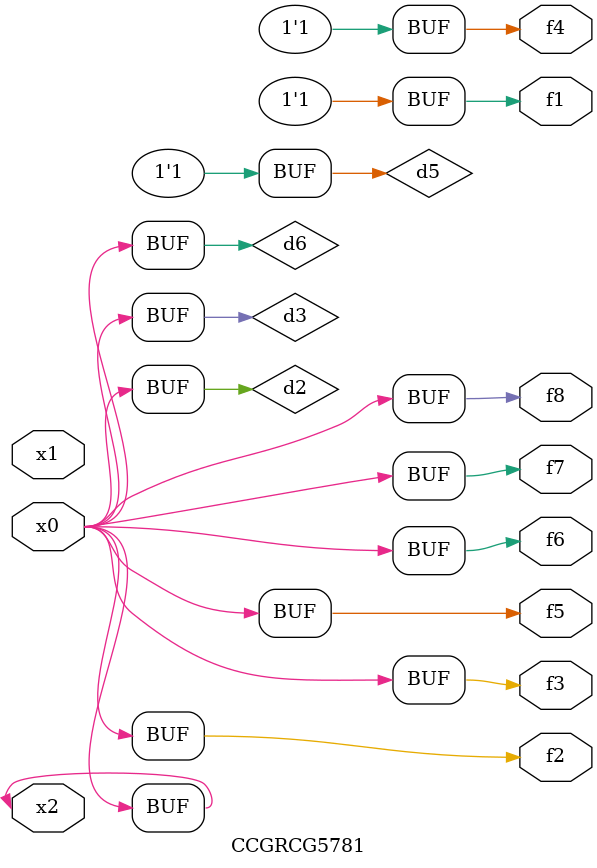
<source format=v>
module CCGRCG5781(
	input x0, x1, x2,
	output f1, f2, f3, f4, f5, f6, f7, f8
);

	wire d1, d2, d3, d4, d5, d6;

	xnor (d1, x2);
	buf (d2, x0, x2);
	and (d3, x0);
	xnor (d4, x1, x2);
	nand (d5, d1, d3);
	buf (d6, d2, d3);
	assign f1 = d5;
	assign f2 = d6;
	assign f3 = d6;
	assign f4 = d5;
	assign f5 = d6;
	assign f6 = d6;
	assign f7 = d6;
	assign f8 = d6;
endmodule

</source>
